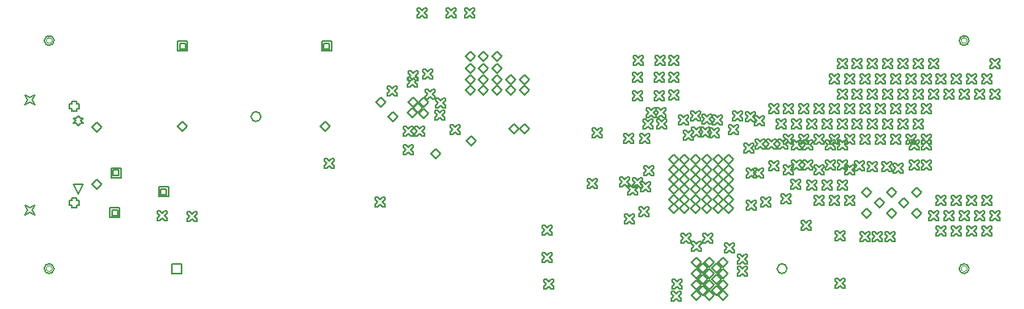
<source format=gbr>
%TF.GenerationSoftware,Altium Limited,Altium Designer,20.0.13 (296)*%
G04 Layer_Color=2752767*
%FSLAX45Y45*%
%MOMM*%
%TF.FileFunction,Drawing*%
%TF.Part,Single*%
G01*
G75*
%TA.AperFunction,NonConductor*%
%ADD109C,0.12700*%
%ADD205C,0.16933*%
%ADD206C,0.10160*%
D109*
X3286200Y4349200D02*
Y4450800D01*
X3387800D01*
Y4349200D01*
X3286200D01*
X2302500Y5189200D02*
X2251700Y5290800D01*
X2353300D01*
X2302500Y5189200D01*
Y5909200D02*
X2327900Y5934600D01*
X2353300D01*
X2327900Y5960000D01*
X2353300Y5985400D01*
X2327900D01*
X2302500Y6010800D01*
X2277100Y5985400D01*
X2251700D01*
X2277100Y5960000D01*
X2251700Y5934600D01*
X2277100D01*
X2302500Y5909200D01*
X1746700Y4969200D02*
X1772100Y5020000D01*
X1746700Y5070800D01*
X1797500Y5045400D01*
X1848300Y5070800D01*
X1822900Y5020000D01*
X1848300Y4969200D01*
X1797500Y4994600D01*
X1746700Y4969200D01*
Y6129200D02*
X1772100Y6180000D01*
X1746700Y6230800D01*
X1797500Y6205400D01*
X1848300Y6230800D01*
X1822900Y6180000D01*
X1848300Y6129200D01*
X1797500Y6154600D01*
X1746700Y6129200D01*
X2239100Y5064600D02*
Y5039200D01*
X2289900D01*
Y5064600D01*
X2315300D01*
Y5115400D01*
X2289900D01*
Y5140800D01*
X2239100D01*
Y5115400D01*
X2213700D01*
Y5064600D01*
X2239100D01*
Y6084600D02*
Y6059200D01*
X2289900D01*
Y6084600D01*
X2315300D01*
Y6135400D01*
X2289900D01*
Y6160800D01*
X2239100D01*
Y6135400D01*
X2213700D01*
Y6084600D01*
X2239100D01*
X11869195Y6509197D02*
X11894595D01*
X11919995Y6534597D01*
X11945395Y6509197D01*
X11970795D01*
Y6534597D01*
X11945395Y6559997D01*
X11970795Y6585397D01*
Y6610797D01*
X11945395D01*
X11919995Y6585397D01*
X11894595Y6610797D01*
X11869195D01*
Y6585397D01*
X11894595Y6559997D01*
X11869195Y6534597D01*
Y6509197D01*
X11789195Y6349197D02*
X11814595D01*
X11839995Y6374597D01*
X11865395Y6349197D01*
X11890795D01*
Y6374597D01*
X11865395Y6399997D01*
X11890795Y6425397D01*
Y6450797D01*
X11865395D01*
X11839995Y6425397D01*
X11814595Y6450797D01*
X11789195D01*
Y6425397D01*
X11814595Y6399997D01*
X11789195Y6374597D01*
Y6349197D01*
X11869195Y6189197D02*
X11894595D01*
X11919995Y6214597D01*
X11945395Y6189197D01*
X11970795D01*
Y6214597D01*
X11945395Y6239997D01*
X11970795Y6265397D01*
Y6290797D01*
X11945395D01*
X11919995Y6265397D01*
X11894595Y6290797D01*
X11869195D01*
Y6265397D01*
X11894595Y6239997D01*
X11869195Y6214597D01*
Y6189197D01*
X11789195Y5069198D02*
X11814595D01*
X11839995Y5094598D01*
X11865395Y5069198D01*
X11890795D01*
Y5094598D01*
X11865395Y5119998D01*
X11890795Y5145398D01*
Y5170798D01*
X11865395D01*
X11839995Y5145398D01*
X11814595Y5170798D01*
X11789195D01*
Y5145398D01*
X11814595Y5119998D01*
X11789195Y5094598D01*
Y5069198D01*
X11869195Y4909198D02*
X11894595D01*
X11919995Y4934598D01*
X11945395Y4909198D01*
X11970795D01*
Y4934598D01*
X11945395Y4959998D01*
X11970795Y4985398D01*
Y5010798D01*
X11945395D01*
X11919995Y4985398D01*
X11894595Y5010798D01*
X11869195D01*
Y4985398D01*
X11894595Y4959998D01*
X11869195Y4934598D01*
Y4909198D01*
X11789195Y4749198D02*
X11814595D01*
X11839995Y4774598D01*
X11865395Y4749198D01*
X11890795D01*
Y4774598D01*
X11865395Y4799998D01*
X11890795Y4825398D01*
Y4850798D01*
X11865395D01*
X11839995Y4825398D01*
X11814595Y4850798D01*
X11789195D01*
Y4825398D01*
X11814595Y4799998D01*
X11789195Y4774598D01*
Y4749198D01*
X11629195Y6349197D02*
X11654595D01*
X11679995Y6374597D01*
X11705395Y6349197D01*
X11730795D01*
Y6374597D01*
X11705395Y6399997D01*
X11730795Y6425397D01*
Y6450797D01*
X11705395D01*
X11679995Y6425397D01*
X11654595Y6450797D01*
X11629195D01*
Y6425397D01*
X11654595Y6399997D01*
X11629195Y6374597D01*
Y6349197D01*
X11709195Y6189197D02*
X11734595D01*
X11759995Y6214597D01*
X11785395Y6189197D01*
X11810795D01*
Y6214597D01*
X11785395Y6239997D01*
X11810795Y6265397D01*
Y6290797D01*
X11785395D01*
X11759995Y6265397D01*
X11734595Y6290797D01*
X11709195D01*
Y6265397D01*
X11734595Y6239997D01*
X11709195Y6214597D01*
Y6189197D01*
X11629195Y5069198D02*
X11654595D01*
X11679995Y5094598D01*
X11705395Y5069198D01*
X11730795D01*
Y5094598D01*
X11705395Y5119998D01*
X11730795Y5145398D01*
Y5170798D01*
X11705395D01*
X11679995Y5145398D01*
X11654595Y5170798D01*
X11629195D01*
Y5145398D01*
X11654595Y5119998D01*
X11629195Y5094598D01*
Y5069198D01*
X11709195Y4909198D02*
X11734595D01*
X11759995Y4934598D01*
X11785395Y4909198D01*
X11810795D01*
Y4934598D01*
X11785395Y4959998D01*
X11810795Y4985398D01*
Y5010798D01*
X11785395D01*
X11759995Y4985398D01*
X11734595Y5010798D01*
X11709195D01*
Y4985398D01*
X11734595Y4959998D01*
X11709195Y4934598D01*
Y4909198D01*
X11629195Y4749198D02*
X11654595D01*
X11679995Y4774598D01*
X11705395Y4749198D01*
X11730795D01*
Y4774598D01*
X11705395Y4799998D01*
X11730795Y4825398D01*
Y4850798D01*
X11705395D01*
X11679995Y4825398D01*
X11654595Y4850798D01*
X11629195D01*
Y4825398D01*
X11654595Y4799998D01*
X11629195Y4774598D01*
Y4749198D01*
X11469195Y6349197D02*
X11494595D01*
X11519995Y6374597D01*
X11545395Y6349197D01*
X11570795D01*
Y6374597D01*
X11545395Y6399997D01*
X11570795Y6425397D01*
Y6450797D01*
X11545395D01*
X11519995Y6425397D01*
X11494595Y6450797D01*
X11469195D01*
Y6425397D01*
X11494595Y6399997D01*
X11469195Y6374597D01*
Y6349197D01*
X11549195Y6189197D02*
X11574595D01*
X11599995Y6214597D01*
X11625395Y6189197D01*
X11650795D01*
Y6214597D01*
X11625395Y6239997D01*
X11650795Y6265397D01*
Y6290797D01*
X11625395D01*
X11599995Y6265397D01*
X11574595Y6290797D01*
X11549195D01*
Y6265397D01*
X11574595Y6239997D01*
X11549195Y6214597D01*
Y6189197D01*
X11469195Y5069198D02*
X11494595D01*
X11519995Y5094598D01*
X11545395Y5069198D01*
X11570795D01*
Y5094598D01*
X11545395Y5119998D01*
X11570795Y5145398D01*
Y5170798D01*
X11545395D01*
X11519995Y5145398D01*
X11494595Y5170798D01*
X11469195D01*
Y5145398D01*
X11494595Y5119998D01*
X11469195Y5094598D01*
Y5069198D01*
X11549195Y4909198D02*
X11574595D01*
X11599995Y4934598D01*
X11625395Y4909198D01*
X11650795D01*
Y4934598D01*
X11625395Y4959998D01*
X11650795Y4985398D01*
Y5010798D01*
X11625395D01*
X11599995Y4985398D01*
X11574595Y5010798D01*
X11549195D01*
Y4985398D01*
X11574595Y4959998D01*
X11549195Y4934598D01*
Y4909198D01*
X11469195Y4749198D02*
X11494595D01*
X11519995Y4774598D01*
X11545395Y4749198D01*
X11570795D01*
Y4774598D01*
X11545395Y4799998D01*
X11570795Y4825398D01*
Y4850798D01*
X11545395D01*
X11519995Y4825398D01*
X11494595Y4850798D01*
X11469195D01*
Y4825398D01*
X11494595Y4799998D01*
X11469195Y4774598D01*
Y4749198D01*
X11309195Y6349197D02*
X11334595D01*
X11359995Y6374597D01*
X11385395Y6349197D01*
X11410795D01*
Y6374597D01*
X11385395Y6399997D01*
X11410795Y6425397D01*
Y6450797D01*
X11385395D01*
X11359995Y6425397D01*
X11334595Y6450797D01*
X11309195D01*
Y6425397D01*
X11334595Y6399997D01*
X11309195Y6374597D01*
Y6349197D01*
X11389195Y6189197D02*
X11414595D01*
X11439995Y6214597D01*
X11465395Y6189197D01*
X11490795D01*
Y6214597D01*
X11465395Y6239997D01*
X11490795Y6265397D01*
Y6290797D01*
X11465395D01*
X11439995Y6265397D01*
X11414595Y6290797D01*
X11389195D01*
Y6265397D01*
X11414595Y6239997D01*
X11389195Y6214597D01*
Y6189197D01*
X11309195Y5069198D02*
X11334595D01*
X11359995Y5094598D01*
X11385395Y5069198D01*
X11410795D01*
Y5094598D01*
X11385395Y5119998D01*
X11410795Y5145398D01*
Y5170798D01*
X11385395D01*
X11359995Y5145398D01*
X11334595Y5170798D01*
X11309195D01*
Y5145398D01*
X11334595Y5119998D01*
X11309195Y5094598D01*
Y5069198D01*
X11389195Y4909198D02*
X11414595D01*
X11439995Y4934598D01*
X11465395Y4909198D01*
X11490795D01*
Y4934598D01*
X11465395Y4959998D01*
X11490795Y4985398D01*
Y5010798D01*
X11465395D01*
X11439995Y4985398D01*
X11414595Y5010798D01*
X11389195D01*
Y4985398D01*
X11414595Y4959998D01*
X11389195Y4934598D01*
Y4909198D01*
X11309195Y4749198D02*
X11334595D01*
X11359995Y4774598D01*
X11385395Y4749198D01*
X11410795D01*
Y4774598D01*
X11385395Y4799998D01*
X11410795Y4825398D01*
Y4850798D01*
X11385395D01*
X11359995Y4825398D01*
X11334595Y4850798D01*
X11309195D01*
Y4825398D01*
X11334595Y4799998D01*
X11309195Y4774598D01*
Y4749198D01*
X11229195Y6509197D02*
X11254595D01*
X11279995Y6534597D01*
X11305395Y6509197D01*
X11330795D01*
Y6534597D01*
X11305395Y6559997D01*
X11330795Y6585397D01*
Y6610797D01*
X11305395D01*
X11279995Y6585397D01*
X11254595Y6610797D01*
X11229195D01*
Y6585397D01*
X11254595Y6559997D01*
X11229195Y6534597D01*
Y6509197D01*
X11149195Y6349197D02*
X11174595D01*
X11199995Y6374597D01*
X11225395Y6349197D01*
X11250795D01*
Y6374597D01*
X11225395Y6399997D01*
X11250795Y6425397D01*
Y6450797D01*
X11225395D01*
X11199995Y6425397D01*
X11174595Y6450797D01*
X11149195D01*
Y6425397D01*
X11174595Y6399997D01*
X11149195Y6374597D01*
Y6349197D01*
X11229195Y6189197D02*
X11254595D01*
X11279995Y6214597D01*
X11305395Y6189197D01*
X11330795D01*
Y6214597D01*
X11305395Y6239997D01*
X11330795Y6265397D01*
Y6290797D01*
X11305395D01*
X11279995Y6265397D01*
X11254595Y6290797D01*
X11229195D01*
Y6265397D01*
X11254595Y6239997D01*
X11229195Y6214597D01*
Y6189197D01*
X11149195Y6029197D02*
X11174595D01*
X11199995Y6054597D01*
X11225395Y6029197D01*
X11250795D01*
Y6054597D01*
X11225395Y6079997D01*
X11250795Y6105397D01*
Y6130797D01*
X11225395D01*
X11199995Y6105397D01*
X11174595Y6130797D01*
X11149195D01*
Y6105397D01*
X11174595Y6079997D01*
X11149195Y6054597D01*
Y6029197D01*
Y5709198D02*
X11174595D01*
X11199995Y5734598D01*
X11225395Y5709198D01*
X11250795D01*
Y5734598D01*
X11225395Y5759998D01*
X11250795Y5785398D01*
Y5810798D01*
X11225395D01*
X11199995Y5785398D01*
X11174595Y5810798D01*
X11149195D01*
Y5785398D01*
X11174595Y5759998D01*
X11149195Y5734598D01*
Y5709198D01*
X11229195Y4909198D02*
X11254595D01*
X11279995Y4934598D01*
X11305395Y4909198D01*
X11330795D01*
Y4934598D01*
X11305395Y4959998D01*
X11330795Y4985398D01*
Y5010798D01*
X11305395D01*
X11279995Y4985398D01*
X11254595Y5010798D01*
X11229195D01*
Y4985398D01*
X11254595Y4959998D01*
X11229195Y4934598D01*
Y4909198D01*
X11069195Y6509197D02*
X11094595D01*
X11119995Y6534597D01*
X11145395Y6509197D01*
X11170795D01*
Y6534597D01*
X11145395Y6559997D01*
X11170795Y6585397D01*
Y6610797D01*
X11145395D01*
X11119995Y6585397D01*
X11094595Y6610797D01*
X11069195D01*
Y6585397D01*
X11094595Y6559997D01*
X11069195Y6534597D01*
Y6509197D01*
X10989195Y6349197D02*
X11014595D01*
X11039995Y6374597D01*
X11065395Y6349197D01*
X11090795D01*
Y6374597D01*
X11065395Y6399997D01*
X11090795Y6425397D01*
Y6450797D01*
X11065395D01*
X11039995Y6425397D01*
X11014595Y6450797D01*
X10989195D01*
Y6425397D01*
X11014595Y6399997D01*
X10989195Y6374597D01*
Y6349197D01*
X11069195Y6189197D02*
X11094595D01*
X11119995Y6214597D01*
X11145395Y6189197D01*
X11170795D01*
Y6214597D01*
X11145395Y6239997D01*
X11170795Y6265397D01*
Y6290797D01*
X11145395D01*
X11119995Y6265397D01*
X11094595Y6290797D01*
X11069195D01*
Y6265397D01*
X11094595Y6239997D01*
X11069195Y6214597D01*
Y6189197D01*
X10989195Y6029197D02*
X11014595D01*
X11039995Y6054597D01*
X11065395Y6029197D01*
X11090795D01*
Y6054597D01*
X11065395Y6079997D01*
X11090795Y6105397D01*
Y6130797D01*
X11065395D01*
X11039995Y6105397D01*
X11014595Y6130797D01*
X10989195D01*
Y6105397D01*
X11014595Y6079997D01*
X10989195Y6054597D01*
Y6029197D01*
X11069195Y5869198D02*
X11094595D01*
X11119995Y5894598D01*
X11145395Y5869198D01*
X11170795D01*
Y5894598D01*
X11145395Y5919998D01*
X11170795Y5945398D01*
Y5970798D01*
X11145395D01*
X11119995Y5945398D01*
X11094595Y5970798D01*
X11069195D01*
Y5945398D01*
X11094595Y5919998D01*
X11069195Y5894598D01*
Y5869198D01*
X10989195Y5709198D02*
X11014595D01*
X11039995Y5734598D01*
X11065395Y5709198D01*
X11090795D01*
Y5734598D01*
X11065395Y5759998D01*
X11090795Y5785398D01*
Y5810798D01*
X11065395D01*
X11039995Y5785398D01*
X11014595Y5810798D01*
X10989195D01*
Y5785398D01*
X11014595Y5759998D01*
X10989195Y5734598D01*
Y5709198D01*
X10909195Y6509197D02*
X10934595D01*
X10959995Y6534597D01*
X10985395Y6509197D01*
X11010795D01*
Y6534597D01*
X10985395Y6559997D01*
X11010795Y6585397D01*
Y6610797D01*
X10985395D01*
X10959995Y6585397D01*
X10934595Y6610797D01*
X10909195D01*
Y6585397D01*
X10934595Y6559997D01*
X10909195Y6534597D01*
Y6509197D01*
X10829196Y6349197D02*
X10854596D01*
X10879996Y6374597D01*
X10905396Y6349197D01*
X10930796D01*
Y6374597D01*
X10905396Y6399997D01*
X10930796Y6425397D01*
Y6450797D01*
X10905396D01*
X10879996Y6425397D01*
X10854596Y6450797D01*
X10829196D01*
Y6425397D01*
X10854596Y6399997D01*
X10829196Y6374597D01*
Y6349197D01*
X10909195Y6189197D02*
X10934595D01*
X10959995Y6214597D01*
X10985395Y6189197D01*
X11010795D01*
Y6214597D01*
X10985395Y6239997D01*
X11010795Y6265397D01*
Y6290797D01*
X10985395D01*
X10959995Y6265397D01*
X10934595Y6290797D01*
X10909195D01*
Y6265397D01*
X10934595Y6239997D01*
X10909195Y6214597D01*
Y6189197D01*
X10829196Y6029197D02*
X10854596D01*
X10879996Y6054597D01*
X10905396Y6029197D01*
X10930796D01*
Y6054597D01*
X10905396Y6079997D01*
X10930796Y6105397D01*
Y6130797D01*
X10905396D01*
X10879996Y6105397D01*
X10854596Y6130797D01*
X10829196D01*
Y6105397D01*
X10854596Y6079997D01*
X10829196Y6054597D01*
Y6029197D01*
X10909195Y5869198D02*
X10934595D01*
X10959995Y5894598D01*
X10985395Y5869198D01*
X11010795D01*
Y5894598D01*
X10985395Y5919998D01*
X11010795Y5945398D01*
Y5970798D01*
X10985395D01*
X10959995Y5945398D01*
X10934595Y5970798D01*
X10909195D01*
Y5945398D01*
X10934595Y5919998D01*
X10909195Y5894598D01*
Y5869198D01*
X10829196Y5709198D02*
X10854596D01*
X10879996Y5734598D01*
X10905396Y5709198D01*
X10930796D01*
Y5734598D01*
X10905396Y5759998D01*
X10930796Y5785398D01*
Y5810798D01*
X10905396D01*
X10879996Y5785398D01*
X10854596Y5810798D01*
X10829196D01*
Y5785398D01*
X10854596Y5759998D01*
X10829196Y5734598D01*
Y5709198D01*
X10749195Y6509197D02*
X10774595D01*
X10799995Y6534597D01*
X10825395Y6509197D01*
X10850795D01*
Y6534597D01*
X10825395Y6559997D01*
X10850795Y6585397D01*
Y6610797D01*
X10825395D01*
X10799995Y6585397D01*
X10774595Y6610797D01*
X10749195D01*
Y6585397D01*
X10774595Y6559997D01*
X10749195Y6534597D01*
Y6509197D01*
X10669196Y6349197D02*
X10694596D01*
X10719996Y6374597D01*
X10745396Y6349197D01*
X10770796D01*
Y6374597D01*
X10745396Y6399997D01*
X10770796Y6425397D01*
Y6450797D01*
X10745396D01*
X10719996Y6425397D01*
X10694596Y6450797D01*
X10669196D01*
Y6425397D01*
X10694596Y6399997D01*
X10669196Y6374597D01*
Y6349197D01*
X10749195Y6189197D02*
X10774595D01*
X10799995Y6214597D01*
X10825395Y6189197D01*
X10850795D01*
Y6214597D01*
X10825395Y6239997D01*
X10850795Y6265397D01*
Y6290797D01*
X10825395D01*
X10799995Y6265397D01*
X10774595Y6290797D01*
X10749195D01*
Y6265397D01*
X10774595Y6239997D01*
X10749195Y6214597D01*
Y6189197D01*
X10669196Y6029197D02*
X10694596D01*
X10719996Y6054597D01*
X10745396Y6029197D01*
X10770796D01*
Y6054597D01*
X10745396Y6079997D01*
X10770796Y6105397D01*
Y6130797D01*
X10745396D01*
X10719996Y6105397D01*
X10694596Y6130797D01*
X10669196D01*
Y6105397D01*
X10694596Y6079997D01*
X10669196Y6054597D01*
Y6029197D01*
X10749195Y5869198D02*
X10774595D01*
X10799995Y5894598D01*
X10825395Y5869198D01*
X10850795D01*
Y5894598D01*
X10825395Y5919998D01*
X10850795Y5945398D01*
Y5970798D01*
X10825395D01*
X10799995Y5945398D01*
X10774595Y5970798D01*
X10749195D01*
Y5945398D01*
X10774595Y5919998D01*
X10749195Y5894598D01*
Y5869198D01*
X10669196Y5709198D02*
X10694596D01*
X10719996Y5734598D01*
X10745396Y5709198D01*
X10770796D01*
Y5734598D01*
X10745396Y5759998D01*
X10770796Y5785398D01*
Y5810798D01*
X10745396D01*
X10719996Y5785398D01*
X10694596Y5810798D01*
X10669196D01*
Y5785398D01*
X10694596Y5759998D01*
X10669196Y5734598D01*
Y5709198D01*
X10589195Y6509197D02*
X10614595D01*
X10639995Y6534597D01*
X10665395Y6509197D01*
X10690795D01*
Y6534597D01*
X10665395Y6559997D01*
X10690795Y6585397D01*
Y6610797D01*
X10665395D01*
X10639995Y6585397D01*
X10614595Y6610797D01*
X10589195D01*
Y6585397D01*
X10614595Y6559997D01*
X10589195Y6534597D01*
Y6509197D01*
X10509196Y6349197D02*
X10534596D01*
X10559996Y6374597D01*
X10585396Y6349197D01*
X10610796D01*
Y6374597D01*
X10585396Y6399997D01*
X10610796Y6425397D01*
Y6450797D01*
X10585396D01*
X10559996Y6425397D01*
X10534596Y6450797D01*
X10509196D01*
Y6425397D01*
X10534596Y6399997D01*
X10509196Y6374597D01*
Y6349197D01*
X10589195Y6189197D02*
X10614595D01*
X10639995Y6214597D01*
X10665395Y6189197D01*
X10690795D01*
Y6214597D01*
X10665395Y6239997D01*
X10690795Y6265397D01*
Y6290797D01*
X10665395D01*
X10639995Y6265397D01*
X10614595Y6290797D01*
X10589195D01*
Y6265397D01*
X10614595Y6239997D01*
X10589195Y6214597D01*
Y6189197D01*
X10509196Y6029197D02*
X10534596D01*
X10559996Y6054597D01*
X10585396Y6029197D01*
X10610796D01*
Y6054597D01*
X10585396Y6079997D01*
X10610796Y6105397D01*
Y6130797D01*
X10585396D01*
X10559996Y6105397D01*
X10534596Y6130797D01*
X10509196D01*
Y6105397D01*
X10534596Y6079997D01*
X10509196Y6054597D01*
Y6029197D01*
X10589195Y5869198D02*
X10614595D01*
X10639995Y5894598D01*
X10665395Y5869198D01*
X10690795D01*
Y5894598D01*
X10665395Y5919998D01*
X10690795Y5945398D01*
Y5970798D01*
X10665395D01*
X10639995Y5945398D01*
X10614595Y5970798D01*
X10589195D01*
Y5945398D01*
X10614595Y5919998D01*
X10589195Y5894598D01*
Y5869198D01*
X10509196Y5709198D02*
X10534596D01*
X10559996Y5734598D01*
X10585396Y5709198D01*
X10610796D01*
Y5734598D01*
X10585396Y5759998D01*
X10610796Y5785398D01*
Y5810798D01*
X10585396D01*
X10559996Y5785398D01*
X10534596Y5810798D01*
X10509196D01*
Y5785398D01*
X10534596Y5759998D01*
X10509196Y5734598D01*
Y5709198D01*
X10429196Y6509197D02*
X10454596D01*
X10479996Y6534597D01*
X10505396Y6509197D01*
X10530796D01*
Y6534597D01*
X10505396Y6559997D01*
X10530796Y6585397D01*
Y6610797D01*
X10505396D01*
X10479996Y6585397D01*
X10454596Y6610797D01*
X10429196D01*
Y6585397D01*
X10454596Y6559997D01*
X10429196Y6534597D01*
Y6509197D01*
X10349196Y6349197D02*
X10374596D01*
X10399996Y6374597D01*
X10425396Y6349197D01*
X10450796D01*
Y6374597D01*
X10425396Y6399997D01*
X10450796Y6425397D01*
Y6450797D01*
X10425396D01*
X10399996Y6425397D01*
X10374596Y6450797D01*
X10349196D01*
Y6425397D01*
X10374596Y6399997D01*
X10349196Y6374597D01*
Y6349197D01*
X10429196Y6189197D02*
X10454596D01*
X10479996Y6214597D01*
X10505396Y6189197D01*
X10530796D01*
Y6214597D01*
X10505396Y6239997D01*
X10530796Y6265397D01*
Y6290797D01*
X10505396D01*
X10479996Y6265397D01*
X10454596Y6290797D01*
X10429196D01*
Y6265397D01*
X10454596Y6239997D01*
X10429196Y6214597D01*
Y6189197D01*
X10349196Y6029197D02*
X10374596D01*
X10399996Y6054597D01*
X10425396Y6029197D01*
X10450796D01*
Y6054597D01*
X10425396Y6079997D01*
X10450796Y6105397D01*
Y6130797D01*
X10425396D01*
X10399996Y6105397D01*
X10374596Y6130797D01*
X10349196D01*
Y6105397D01*
X10374596Y6079997D01*
X10349196Y6054597D01*
Y6029197D01*
X10429196Y5869198D02*
X10454596D01*
X10479996Y5894598D01*
X10505396Y5869198D01*
X10530796D01*
Y5894598D01*
X10505396Y5919998D01*
X10530796Y5945398D01*
Y5970798D01*
X10505396D01*
X10479996Y5945398D01*
X10454596Y5970798D01*
X10429196D01*
Y5945398D01*
X10454596Y5919998D01*
X10429196Y5894598D01*
Y5869198D01*
X10349196Y5709198D02*
X10374596D01*
X10399996Y5734598D01*
X10425396Y5709198D01*
X10450796D01*
Y5734598D01*
X10425396Y5759998D01*
X10450796Y5785398D01*
Y5810798D01*
X10425396D01*
X10399996Y5785398D01*
X10374596Y5810798D01*
X10349196D01*
Y5785398D01*
X10374596Y5759998D01*
X10349196Y5734598D01*
Y5709198D01*
Y5389198D02*
X10374596D01*
X10399996Y5414598D01*
X10425396Y5389198D01*
X10450796D01*
Y5414598D01*
X10425396Y5439998D01*
X10450796Y5465398D01*
Y5490798D01*
X10425396D01*
X10399996Y5465398D01*
X10374596Y5490798D01*
X10349196D01*
Y5465398D01*
X10374596Y5439998D01*
X10349196Y5414598D01*
Y5389198D01*
Y5069198D02*
X10374596D01*
X10399996Y5094598D01*
X10425396Y5069198D01*
X10450796D01*
Y5094598D01*
X10425396Y5119998D01*
X10450796Y5145398D01*
Y5170798D01*
X10425396D01*
X10399996Y5145398D01*
X10374596Y5170798D01*
X10349196D01*
Y5145398D01*
X10374596Y5119998D01*
X10349196Y5094598D01*
Y5069198D01*
X10269196Y6509197D02*
X10294596D01*
X10319996Y6534597D01*
X10345396Y6509197D01*
X10370796D01*
Y6534597D01*
X10345396Y6559997D01*
X10370796Y6585397D01*
Y6610797D01*
X10345396D01*
X10319996Y6585397D01*
X10294596Y6610797D01*
X10269196D01*
Y6585397D01*
X10294596Y6559997D01*
X10269196Y6534597D01*
Y6509197D01*
X10189196Y6349197D02*
X10214596D01*
X10239996Y6374597D01*
X10265396Y6349197D01*
X10290796D01*
Y6374597D01*
X10265396Y6399997D01*
X10290796Y6425397D01*
Y6450797D01*
X10265396D01*
X10239996Y6425397D01*
X10214596Y6450797D01*
X10189196D01*
Y6425397D01*
X10214596Y6399997D01*
X10189196Y6374597D01*
Y6349197D01*
X10269196Y6189197D02*
X10294596D01*
X10319996Y6214597D01*
X10345396Y6189197D01*
X10370796D01*
Y6214597D01*
X10345396Y6239997D01*
X10370796Y6265397D01*
Y6290797D01*
X10345396D01*
X10319996Y6265397D01*
X10294596Y6290797D01*
X10269196D01*
Y6265397D01*
X10294596Y6239997D01*
X10269196Y6214597D01*
Y6189197D01*
X10189196Y6029197D02*
X10214596D01*
X10239996Y6054597D01*
X10265396Y6029197D01*
X10290796D01*
Y6054597D01*
X10265396Y6079997D01*
X10290796Y6105397D01*
Y6130797D01*
X10265396D01*
X10239996Y6105397D01*
X10214596Y6130797D01*
X10189196D01*
Y6105397D01*
X10214596Y6079997D01*
X10189196Y6054597D01*
Y6029197D01*
X10269196Y5869198D02*
X10294596D01*
X10319996Y5894598D01*
X10345396Y5869198D01*
X10370796D01*
Y5894598D01*
X10345396Y5919998D01*
X10370796Y5945398D01*
Y5970798D01*
X10345396D01*
X10319996Y5945398D01*
X10294596Y5970798D01*
X10269196D01*
Y5945398D01*
X10294596Y5919998D01*
X10269196Y5894598D01*
Y5869198D01*
X10189196Y5709198D02*
X10214596D01*
X10239996Y5734598D01*
X10265396Y5709198D01*
X10290796D01*
Y5734598D01*
X10265396Y5759998D01*
X10290796Y5785398D01*
Y5810798D01*
X10265396D01*
X10239996Y5785398D01*
X10214596Y5810798D01*
X10189196D01*
Y5785398D01*
X10214596Y5759998D01*
X10189196Y5734598D01*
Y5709198D01*
X10269196Y5229198D02*
X10294596D01*
X10319996Y5254598D01*
X10345396Y5229198D01*
X10370796D01*
Y5254598D01*
X10345396Y5279998D01*
X10370796Y5305398D01*
Y5330798D01*
X10345396D01*
X10319996Y5305398D01*
X10294596Y5330798D01*
X10269196D01*
Y5305398D01*
X10294596Y5279998D01*
X10269196Y5254598D01*
Y5229198D01*
X10189196Y5069198D02*
X10214596D01*
X10239996Y5094598D01*
X10265396Y5069198D01*
X10290796D01*
Y5094598D01*
X10265396Y5119998D01*
X10290796Y5145398D01*
Y5170798D01*
X10265396D01*
X10239996Y5145398D01*
X10214596Y5170798D01*
X10189196D01*
Y5145398D01*
X10214596Y5119998D01*
X10189196Y5094598D01*
Y5069198D01*
X10029196Y6029197D02*
X10054596D01*
X10079996Y6054597D01*
X10105396Y6029197D01*
X10130796D01*
Y6054597D01*
X10105396Y6079997D01*
X10130796Y6105397D01*
Y6130797D01*
X10105396D01*
X10079996Y6105397D01*
X10054596Y6130797D01*
X10029196D01*
Y6105397D01*
X10054596Y6079997D01*
X10029196Y6054597D01*
Y6029197D01*
X10109196Y5869198D02*
X10134596D01*
X10159996Y5894598D01*
X10185396Y5869198D01*
X10210796D01*
Y5894598D01*
X10185396Y5919998D01*
X10210796Y5945398D01*
Y5970798D01*
X10185396D01*
X10159996Y5945398D01*
X10134596Y5970798D01*
X10109196D01*
Y5945398D01*
X10134596Y5919998D01*
X10109196Y5894598D01*
Y5869198D01*
X10029196Y5709198D02*
X10054596D01*
X10079996Y5734598D01*
X10105396Y5709198D01*
X10130796D01*
Y5734598D01*
X10105396Y5759998D01*
X10130796Y5785398D01*
Y5810798D01*
X10105396D01*
X10079996Y5785398D01*
X10054596Y5810798D01*
X10029196D01*
Y5785398D01*
X10054596Y5759998D01*
X10029196Y5734598D01*
Y5709198D01*
Y5389198D02*
X10054596D01*
X10079996Y5414598D01*
X10105396Y5389198D01*
X10130796D01*
Y5414598D01*
X10105396Y5439998D01*
X10130796Y5465398D01*
Y5490798D01*
X10105396D01*
X10079996Y5465398D01*
X10054596Y5490798D01*
X10029196D01*
Y5465398D01*
X10054596Y5439998D01*
X10029196Y5414598D01*
Y5389198D01*
X10109196Y5229198D02*
X10134596D01*
X10159996Y5254598D01*
X10185396Y5229198D01*
X10210796D01*
Y5254598D01*
X10185396Y5279998D01*
X10210796Y5305398D01*
Y5330798D01*
X10185396D01*
X10159996Y5305398D01*
X10134596Y5330798D01*
X10109196D01*
Y5305398D01*
X10134596Y5279998D01*
X10109196Y5254598D01*
Y5229198D01*
X10029196Y5069198D02*
X10054596D01*
X10079996Y5094598D01*
X10105396Y5069198D01*
X10130796D01*
Y5094598D01*
X10105396Y5119998D01*
X10130796Y5145398D01*
Y5170798D01*
X10105396D01*
X10079996Y5145398D01*
X10054596Y5170798D01*
X10029196D01*
Y5145398D01*
X10054596Y5119998D01*
X10029196Y5094598D01*
Y5069198D01*
X9869196Y6029197D02*
X9894596D01*
X9919996Y6054597D01*
X9945396Y6029197D01*
X9970796D01*
Y6054597D01*
X9945396Y6079997D01*
X9970796Y6105397D01*
Y6130797D01*
X9945396D01*
X9919996Y6105397D01*
X9894596Y6130797D01*
X9869196D01*
Y6105397D01*
X9894596Y6079997D01*
X9869196Y6054597D01*
Y6029197D01*
X9949196Y5869198D02*
X9974596D01*
X9999996Y5894598D01*
X10025396Y5869198D01*
X10050796D01*
Y5894598D01*
X10025396Y5919998D01*
X10050796Y5945398D01*
Y5970798D01*
X10025396D01*
X9999996Y5945398D01*
X9974596Y5970798D01*
X9949196D01*
Y5945398D01*
X9974596Y5919998D01*
X9949196Y5894598D01*
Y5869198D01*
X9869196Y5709198D02*
X9894596D01*
X9919996Y5734598D01*
X9945396Y5709198D01*
X9970796D01*
Y5734598D01*
X9945396Y5759998D01*
X9970796Y5785398D01*
Y5810798D01*
X9945396D01*
X9919996Y5785398D01*
X9894596Y5810798D01*
X9869196D01*
Y5785398D01*
X9894596Y5759998D01*
X9869196Y5734598D01*
Y5709198D01*
X9949196Y5229198D02*
X9974596D01*
X9999996Y5254598D01*
X10025396Y5229198D01*
X10050796D01*
Y5254598D01*
X10025396Y5279998D01*
X10050796Y5305398D01*
Y5330798D01*
X10025396D01*
X9999996Y5305398D01*
X9974596Y5330798D01*
X9949196D01*
Y5305398D01*
X9974596Y5279998D01*
X9949196Y5254598D01*
Y5229198D01*
X9709196Y6029197D02*
X9734596D01*
X9759996Y6054597D01*
X9785396Y6029197D01*
X9810796D01*
Y6054597D01*
X9785396Y6079997D01*
X9810796Y6105397D01*
Y6130797D01*
X9785396D01*
X9759996Y6105397D01*
X9734596Y6130797D01*
X9709196D01*
Y6105397D01*
X9734596Y6079997D01*
X9709196Y6054597D01*
Y6029197D01*
X9789196Y5869198D02*
X9814596D01*
X9839996Y5894598D01*
X9865396Y5869198D01*
X9890796D01*
Y5894598D01*
X9865396Y5919998D01*
X9890796Y5945398D01*
Y5970798D01*
X9865396D01*
X9839996Y5945398D01*
X9814596Y5970798D01*
X9789196D01*
Y5945398D01*
X9814596Y5919998D01*
X9789196Y5894598D01*
Y5869198D01*
X9709196Y5709198D02*
X9734596D01*
X9759996Y5734598D01*
X9785396Y5709198D01*
X9810796D01*
Y5734598D01*
X9785396Y5759998D01*
X9810796Y5785398D01*
Y5810798D01*
X9785396D01*
X9759996Y5785398D01*
X9734596Y5810798D01*
X9709196D01*
Y5785398D01*
X9734596Y5759998D01*
X9709196Y5734598D01*
Y5709198D01*
Y5389198D02*
X9734596D01*
X9759996Y5414598D01*
X9785396Y5389198D01*
X9810796D01*
Y5414598D01*
X9785396Y5439998D01*
X9810796Y5465398D01*
Y5490798D01*
X9785396D01*
X9759996Y5465398D01*
X9734596Y5490798D01*
X9709196D01*
Y5465398D01*
X9734596Y5439998D01*
X9709196Y5414598D01*
Y5389198D01*
X9549196Y6029197D02*
X9574596D01*
X9599996Y6054597D01*
X9625396Y6029197D01*
X9650796D01*
Y6054597D01*
X9625396Y6079997D01*
X9650796Y6105397D01*
Y6130797D01*
X9625396D01*
X9599996Y6105397D01*
X9574596Y6130797D01*
X9549196D01*
Y6105397D01*
X9574596Y6079997D01*
X9549196Y6054597D01*
Y6029197D01*
X9629196Y5869198D02*
X9654596D01*
X9679996Y5894598D01*
X9705396Y5869198D01*
X9730796D01*
Y5894598D01*
X9705396Y5919998D01*
X9730796Y5945398D01*
Y5970798D01*
X9705396D01*
X9679996Y5945398D01*
X9654596Y5970798D01*
X9629196D01*
Y5945398D01*
X9654596Y5919998D01*
X9629196Y5894598D01*
Y5869198D01*
X10919200Y5090000D02*
X10970000Y5140800D01*
X11020800Y5090000D01*
X10970000Y5039200D01*
X10919200Y5090000D01*
X10659200D02*
X10710000Y5140800D01*
X10760800Y5090000D01*
X10710000Y5039200D01*
X10659200Y5090000D01*
X11049200Y5200000D02*
X11100000Y5250800D01*
X11150800Y5200000D01*
X11100000Y5149200D01*
X11049200Y5200000D01*
X10529200D02*
X10580000Y5250800D01*
X10630800Y5200000D01*
X10580000Y5149200D01*
X10529200Y5200000D01*
X10785200D02*
X10836000Y5250800D01*
X10886800Y5200000D01*
X10836000Y5149200D01*
X10785200Y5200000D01*
X10789200Y4980000D02*
X10840000Y5030800D01*
X10890800Y4980000D01*
X10840000Y4929200D01*
X10789200Y4980000D01*
X11049200D02*
X11100000Y5030800D01*
X11150800Y4980000D01*
X11100000Y4929200D01*
X11049200Y4980000D01*
X10529200D02*
X10580000Y5030800D01*
X10630800Y4980000D01*
X10580000Y4929200D01*
X10529200Y4980000D01*
X6359200Y7039200D02*
X6384600D01*
X6410000Y7064600D01*
X6435400Y7039200D01*
X6460800D01*
Y7064600D01*
X6435400Y7090000D01*
X6460800Y7115400D01*
Y7140800D01*
X6435400D01*
X6410000Y7115400D01*
X6384600Y7140800D01*
X6359200D01*
Y7115400D01*
X6384600Y7090000D01*
X6359200Y7064600D01*
Y7039200D01*
X5859200D02*
X5884600D01*
X5910000Y7064600D01*
X5935400Y7039200D01*
X5960800D01*
Y7064600D01*
X5935400Y7090000D01*
X5960800Y7115400D01*
Y7140800D01*
X5935400D01*
X5910000Y7115400D01*
X5884600Y7140800D01*
X5859200D01*
Y7115400D01*
X5884600Y7090000D01*
X5859200Y7064600D01*
Y7039200D01*
X6169200D02*
X6194600D01*
X6220000Y7064600D01*
X6245400Y7039200D01*
X6270800D01*
Y7064600D01*
X6245400Y7090000D01*
X6270800Y7115400D01*
Y7140800D01*
X6245400D01*
X6220000Y7115400D01*
X6194600Y7140800D01*
X6169200D01*
Y7115400D01*
X6194600Y7090000D01*
X6169200Y7064600D01*
Y7039200D01*
X3449200Y4899200D02*
X3474600D01*
X3500000Y4924600D01*
X3525400Y4899200D01*
X3550800D01*
Y4924600D01*
X3525400Y4950000D01*
X3550800Y4975400D01*
Y5000800D01*
X3525400D01*
X3500000Y4975400D01*
X3474600Y5000800D01*
X3449200D01*
Y4975400D01*
X3474600Y4950000D01*
X3449200Y4924600D01*
Y4899200D01*
X3139200Y4909200D02*
X3164600D01*
X3190000Y4934600D01*
X3215400Y4909200D01*
X3240800D01*
Y4934600D01*
X3215400Y4960000D01*
X3240800Y4985400D01*
Y5010800D01*
X3215400D01*
X3190000Y4985400D01*
X3164600Y5010800D01*
X3139200D01*
Y4985400D01*
X3164600Y4960000D01*
X3139200Y4934600D01*
Y4909200D01*
X10589200Y5419200D02*
X10614600D01*
X10640000Y5444600D01*
X10665400Y5419200D01*
X10690800D01*
Y5444600D01*
X10665400Y5470000D01*
X10690800Y5495400D01*
Y5520800D01*
X10665400D01*
X10640000Y5495400D01*
X10614600Y5520800D01*
X10589200D01*
Y5495400D01*
X10614600Y5470000D01*
X10589200Y5444600D01*
Y5419200D01*
X9649200Y5659200D02*
X9674600D01*
X9700000Y5684600D01*
X9725400Y5659200D01*
X9750800D01*
Y5684600D01*
X9725400Y5710000D01*
X9750800Y5735400D01*
Y5760800D01*
X9725400D01*
X9700000Y5735400D01*
X9674600Y5760800D01*
X9649200D01*
Y5735400D01*
X9674600Y5710000D01*
X9649200Y5684600D01*
Y5659200D01*
X9549200Y5429200D02*
X9574600D01*
X9600000Y5454600D01*
X9625400Y5429200D01*
X9650800D01*
Y5454600D01*
X9625400Y5480000D01*
X9650800Y5505400D01*
Y5530800D01*
X9625400D01*
X9600000Y5505400D01*
X9574600Y5530800D01*
X9549200D01*
Y5505400D01*
X9574600Y5480000D01*
X9549200Y5454600D01*
Y5429200D01*
X9529200Y5659200D02*
X9554600D01*
X9580000Y5684600D01*
X9605400Y5659200D01*
X9630800D01*
Y5684600D01*
X9605400Y5710000D01*
X9630800Y5735400D01*
Y5760800D01*
X9605400D01*
X9580000Y5735400D01*
X9554600Y5760800D01*
X9529200D01*
Y5735400D01*
X9554600Y5710000D01*
X9529200Y5684600D01*
Y5659200D01*
X9409200D02*
X9434600D01*
X9460000Y5684600D01*
X9485400Y5659200D01*
X9510800D01*
Y5684600D01*
X9485400Y5710000D01*
X9510800Y5735400D01*
Y5760800D01*
X9485400D01*
X9460000Y5735400D01*
X9434600Y5760800D01*
X9409200D01*
Y5735400D01*
X9434600Y5710000D01*
X9409200Y5684600D01*
Y5659200D01*
X10859200Y5409200D02*
X10884600D01*
X10910000Y5434600D01*
X10935400Y5409200D01*
X10960800D01*
Y5434600D01*
X10935400Y5460000D01*
X10960800Y5485400D01*
Y5510800D01*
X10935400D01*
X10910000Y5485400D01*
X10884600Y5510800D01*
X10859200D01*
Y5485400D01*
X10884600Y5460000D01*
X10859200Y5434600D01*
Y5409200D01*
X10739200Y5419200D02*
X10764600D01*
X10790000Y5444600D01*
X10815400Y5419200D01*
X10840800D01*
Y5444600D01*
X10815400Y5470000D01*
X10840800Y5495400D01*
Y5520800D01*
X10815400D01*
X10790000Y5495400D01*
X10764600Y5520800D01*
X10739200D01*
Y5495400D01*
X10764600Y5470000D01*
X10739200Y5444600D01*
Y5419200D01*
X10449200Y5429200D02*
X10474600D01*
X10500000Y5454600D01*
X10525400Y5429200D01*
X10550800D01*
Y5454600D01*
X10525400Y5480000D01*
X10550800Y5505400D01*
Y5530800D01*
X10525400D01*
X10500000Y5505400D01*
X10474600Y5530800D01*
X10449200D01*
Y5505400D01*
X10474600Y5480000D01*
X10449200Y5454600D01*
Y5429200D01*
X11029200Y5439200D02*
X11054600D01*
X11080000Y5464600D01*
X11105400Y5439200D01*
X11130800D01*
Y5464600D01*
X11105400Y5490000D01*
X11130800Y5515400D01*
Y5540800D01*
X11105400D01*
X11080000Y5515400D01*
X11054600Y5540800D01*
X11029200D01*
Y5515400D01*
X11054600Y5490000D01*
X11029200Y5464600D01*
Y5439200D01*
X11149200D02*
X11174600D01*
X11200000Y5464600D01*
X11225400Y5439200D01*
X11250800D01*
Y5464600D01*
X11225400Y5490000D01*
X11250800Y5515400D01*
Y5540800D01*
X11225400D01*
X11200000Y5515400D01*
X11174600Y5540800D01*
X11149200D01*
Y5515400D01*
X11174600Y5490000D01*
X11149200Y5464600D01*
Y5439200D01*
Y5649200D02*
X11174600D01*
X11200000Y5674600D01*
X11225400Y5649200D01*
X11250800D01*
Y5674600D01*
X11225400Y5700000D01*
X11250800Y5725400D01*
Y5750800D01*
X11225400D01*
X11200000Y5725400D01*
X11174600Y5750800D01*
X11149200D01*
Y5725400D01*
X11174600Y5700000D01*
X11149200Y5674600D01*
Y5649200D01*
X11029200D02*
X11054600D01*
X11080000Y5674600D01*
X11105400Y5649200D01*
X11130800D01*
Y5674600D01*
X11105400Y5700000D01*
X11130800Y5725400D01*
Y5750800D01*
X11105400D01*
X11080000Y5725400D01*
X11054600Y5750800D01*
X11029200D01*
Y5725400D01*
X11054600Y5700000D01*
X11029200Y5674600D01*
Y5649200D01*
X10149200Y5439200D02*
X10174600D01*
X10200000Y5464600D01*
X10225400Y5439200D01*
X10250800D01*
Y5464600D01*
X10225400Y5490000D01*
X10250800Y5515400D01*
Y5540800D01*
X10225400D01*
X10200000Y5515400D01*
X10174600Y5540800D01*
X10149200D01*
Y5515400D01*
X10174600Y5490000D01*
X10149200Y5464600D01*
Y5439200D01*
X10269200D02*
X10294600D01*
X10320000Y5464600D01*
X10345400Y5439200D01*
X10370800D01*
Y5464600D01*
X10345400Y5490000D01*
X10370800Y5515400D01*
Y5540800D01*
X10345400D01*
X10320000Y5515400D01*
X10294600Y5540800D01*
X10269200D01*
Y5515400D01*
X10294600Y5490000D01*
X10269200Y5464600D01*
Y5439200D01*
Y5649200D02*
X10294600D01*
X10320000Y5674600D01*
X10345400Y5649200D01*
X10370800D01*
Y5674600D01*
X10345400Y5700000D01*
X10370800Y5725400D01*
Y5750800D01*
X10345400D01*
X10320000Y5725400D01*
X10294600Y5750800D01*
X10269200D01*
Y5725400D01*
X10294600Y5700000D01*
X10269200Y5674600D01*
Y5649200D01*
X10149200D02*
X10174600D01*
X10200000Y5674600D01*
X10225400Y5649200D01*
X10250800D01*
Y5674600D01*
X10225400Y5700000D01*
X10250800Y5725400D01*
Y5750800D01*
X10225400D01*
X10200000Y5725400D01*
X10174600Y5750800D01*
X10149200D01*
Y5725400D01*
X10174600Y5700000D01*
X10149200Y5674600D01*
Y5649200D01*
X9789200D02*
X9814600D01*
X9840000Y5674600D01*
X9865400Y5649200D01*
X9890800D01*
Y5674600D01*
X9865400Y5700000D01*
X9890800Y5725400D01*
Y5750800D01*
X9865400D01*
X9840000Y5725400D01*
X9814600Y5750800D01*
X9789200D01*
Y5725400D01*
X9814600Y5700000D01*
X9789200Y5674600D01*
Y5649200D01*
X9909200D02*
X9934600D01*
X9960000Y5674600D01*
X9985400Y5649200D01*
X10010800D01*
Y5674600D01*
X9985400Y5700000D01*
X10010800Y5725400D01*
Y5750800D01*
X9985400D01*
X9960000Y5725400D01*
X9934600Y5750800D01*
X9909200D01*
Y5725400D01*
X9934600Y5700000D01*
X9909200Y5674600D01*
Y5649200D01*
Y5439200D02*
X9934600D01*
X9960000Y5464600D01*
X9985400Y5439200D01*
X10010800D01*
Y5464600D01*
X9985400Y5490000D01*
X10010800Y5515400D01*
Y5540800D01*
X9985400D01*
X9960000Y5515400D01*
X9934600Y5540800D01*
X9909200D01*
Y5515400D01*
X9934600Y5490000D01*
X9909200Y5464600D01*
Y5439200D01*
X9789200D02*
X9814600D01*
X9840000Y5464600D01*
X9865400Y5439200D01*
X9890800D01*
Y5464600D01*
X9865400Y5490000D01*
X9890800Y5515400D01*
Y5540800D01*
X9865400D01*
X9840000Y5515400D01*
X9814600Y5540800D01*
X9789200D01*
Y5515400D01*
X9814600Y5490000D01*
X9789200Y5464600D01*
Y5439200D01*
X9289200Y5619200D02*
X9314600D01*
X9340000Y5644600D01*
X9365400Y5619200D01*
X9390800D01*
Y5644600D01*
X9365400Y5670000D01*
X9390800Y5695400D01*
Y5720800D01*
X9365400D01*
X9340000Y5695400D01*
X9314600Y5720800D01*
X9289200D01*
Y5695400D01*
X9314600Y5670000D01*
X9289200Y5644600D01*
Y5619200D01*
X9466435Y5052322D02*
X9491835D01*
X9517235Y5077722D01*
X9542635Y5052322D01*
X9568035D01*
Y5077722D01*
X9542635Y5103122D01*
X9568035Y5128522D01*
Y5153922D01*
X9542635D01*
X9517235Y5128522D01*
X9491835Y5153922D01*
X9466435D01*
Y5128522D01*
X9491835Y5103122D01*
X9466435Y5077722D01*
Y5052322D01*
X8499200Y5550000D02*
X8550000Y5600800D01*
X8600800Y5550000D01*
X8550000Y5499200D01*
X8499200Y5550000D01*
Y5440000D02*
X8550000Y5490800D01*
X8600800Y5440000D01*
X8550000Y5389200D01*
X8499200Y5440000D01*
Y5340000D02*
X8550000Y5390800D01*
X8600800Y5340000D01*
X8550000Y5289200D01*
X8499200Y5340000D01*
Y5240000D02*
X8550000Y5290800D01*
X8600800Y5240000D01*
X8550000Y5189200D01*
X8499200Y5240000D01*
Y5130000D02*
X8550000Y5180800D01*
X8600800Y5130000D01*
X8550000Y5079200D01*
X8499200Y5130000D01*
X8609200Y5030000D02*
X8660000Y5080800D01*
X8710800Y5030000D01*
X8660000Y4979200D01*
X8609200Y5030000D01*
X8729200D02*
X8780000Y5080800D01*
X8830800Y5030000D01*
X8780000Y4979200D01*
X8729200Y5030000D01*
X8849200D02*
X8900000Y5080800D01*
X8950800Y5030000D01*
X8900000Y4979200D01*
X8849200Y5030000D01*
X8969200D02*
X9020000Y5080800D01*
X9070800Y5030000D01*
X9020000Y4979200D01*
X8969200Y5030000D01*
X8629200Y4669200D02*
X8654600D01*
X8680000Y4694600D01*
X8705400Y4669200D01*
X8730800D01*
Y4694600D01*
X8705400Y4720000D01*
X8730800Y4745400D01*
Y4770800D01*
X8705400D01*
X8680000Y4745400D01*
X8654600Y4770800D01*
X8629200D01*
Y4745400D01*
X8654600Y4720000D01*
X8629200Y4694600D01*
Y4669200D01*
X8529200Y4059200D02*
X8554600D01*
X8580000Y4084600D01*
X8605400Y4059200D01*
X8630800D01*
Y4084600D01*
X8605400Y4110000D01*
X8630800Y4135400D01*
Y4160800D01*
X8605400D01*
X8580000Y4135400D01*
X8554600Y4160800D01*
X8529200D01*
Y4135400D01*
X8554600Y4110000D01*
X8529200Y4084600D01*
Y4059200D01*
X8539200Y4189200D02*
X8564600D01*
X8590000Y4214600D01*
X8615400Y4189200D01*
X8640800D01*
Y4214600D01*
X8615400Y4240000D01*
X8640800Y4265400D01*
Y4290800D01*
X8615400D01*
X8590000Y4265400D01*
X8564600Y4290800D01*
X8539200D01*
Y4265400D01*
X8564600Y4240000D01*
X8539200Y4214600D01*
Y4189200D01*
X6209200Y5809200D02*
X6234600D01*
X6260000Y5834600D01*
X6285400Y5809200D01*
X6310800D01*
Y5834600D01*
X6285400Y5860000D01*
X6310800Y5885400D01*
Y5910800D01*
X6285400D01*
X6260000Y5885400D01*
X6234600Y5910800D01*
X6209200D01*
Y5885400D01*
X6234600Y5860000D01*
X6209200Y5834600D01*
Y5809200D01*
X6369200Y6280000D02*
X6420000Y6330800D01*
X6470800Y6280000D01*
X6420000Y6229200D01*
X6369200Y6280000D01*
X6509200D02*
X6560000Y6330800D01*
X6610800Y6280000D01*
X6560000Y6229200D01*
X6509200Y6280000D01*
X6649200D02*
X6700000Y6330800D01*
X6750800Y6280000D01*
X6700000Y6229200D01*
X6649200Y6280000D01*
X6789200D02*
X6840000Y6330800D01*
X6890800Y6280000D01*
X6840000Y6229200D01*
X6789200Y6280000D01*
X6939200D02*
X6990000Y6330800D01*
X7040800Y6280000D01*
X6990000Y6229200D01*
X6939200Y6280000D01*
X6369200Y6390000D02*
X6420000Y6440800D01*
X6470800Y6390000D01*
X6420000Y6339200D01*
X6369200Y6390000D01*
X6509200D02*
X6560000Y6440800D01*
X6610800Y6390000D01*
X6560000Y6339200D01*
X6509200Y6390000D01*
X6649200D02*
X6700000Y6440800D01*
X6750800Y6390000D01*
X6700000Y6339200D01*
X6649200Y6390000D01*
X6789200D02*
X6840000Y6440800D01*
X6890800Y6390000D01*
X6840000Y6339200D01*
X6789200Y6390000D01*
X6939200D02*
X6990000Y6440800D01*
X7040800Y6390000D01*
X6990000Y6339200D01*
X6939200Y6390000D01*
X6369200Y6510000D02*
X6420000Y6560800D01*
X6470800Y6510000D01*
X6420000Y6459200D01*
X6369200Y6510000D01*
X6509200D02*
X6560000Y6560800D01*
X6610800Y6510000D01*
X6560000Y6459200D01*
X6509200Y6510000D01*
X6649200D02*
X6700000Y6560800D01*
X6750800Y6510000D01*
X6700000Y6459200D01*
X6649200Y6510000D01*
Y6630000D02*
X6700000Y6680800D01*
X6750800Y6630000D01*
X6700000Y6579200D01*
X6649200Y6630000D01*
X6509200D02*
X6560000Y6680800D01*
X6610800Y6630000D01*
X6560000Y6579200D01*
X6509200Y6630000D01*
X6369200D02*
X6420000Y6680800D01*
X6470800Y6630000D01*
X6420000Y6579200D01*
X6369200Y6630000D01*
X5919200Y6399200D02*
X5944600D01*
X5970000Y6424600D01*
X5995400Y6399200D01*
X6020800D01*
Y6424600D01*
X5995400Y6450000D01*
X6020800Y6475400D01*
Y6500800D01*
X5995400D01*
X5970000Y6475400D01*
X5944600Y6500800D01*
X5919200D01*
Y6475400D01*
X5944600Y6450000D01*
X5919200Y6424600D01*
Y6399200D01*
X5949200Y6189200D02*
X5974600D01*
X6000000Y6214600D01*
X6025400Y6189200D01*
X6050800D01*
Y6214600D01*
X6025400Y6240000D01*
X6050800Y6265400D01*
Y6290800D01*
X6025400D01*
X6000000Y6265400D01*
X5974600Y6290800D01*
X5949200D01*
Y6265400D01*
X5974600Y6240000D01*
X5949200Y6214600D01*
Y6189200D01*
X5549200Y6219200D02*
X5574600D01*
X5600000Y6244600D01*
X5625400Y6219200D01*
X5650800D01*
Y6244600D01*
X5625400Y6270000D01*
X5650800Y6295400D01*
Y6320800D01*
X5625400D01*
X5600000Y6295400D01*
X5574600Y6320800D01*
X5549200D01*
Y6295400D01*
X5574600Y6270000D01*
X5549200Y6244600D01*
Y6219200D01*
X5769188Y6379187D02*
X5794588D01*
X5819988Y6404587D01*
X5845388Y6379187D01*
X5870788D01*
Y6404587D01*
X5845388Y6429987D01*
X5870788Y6455387D01*
Y6480787D01*
X5845388D01*
X5819988Y6455387D01*
X5794588Y6480787D01*
X5769188D01*
Y6455387D01*
X5794588Y6429987D01*
X5769188Y6404587D01*
Y6379187D01*
X3349200Y6689200D02*
Y6790800D01*
X3450800D01*
Y6689200D01*
X3349200D01*
X3369520Y6709520D02*
Y6770480D01*
X3430480D01*
Y6709520D01*
X3369520D01*
X4859200Y6689200D02*
Y6790800D01*
X4960800D01*
Y6689200D01*
X4859200D01*
X4879520Y6709520D02*
Y6770480D01*
X4940480D01*
Y6709520D01*
X4879520D01*
X2449200Y5890000D02*
X2500000Y5940800D01*
X2550800Y5890000D01*
X2500000Y5839200D01*
X2449200Y5890000D01*
X5759188Y6309187D02*
X5784588D01*
X5809988Y6334587D01*
X5835388Y6309187D01*
X5860788D01*
Y6334587D01*
X5835388Y6359987D01*
X5860788Y6385387D01*
Y6410787D01*
X5835388D01*
X5809988Y6385387D01*
X5784588Y6410787D01*
X5759188D01*
Y6385387D01*
X5784588Y6359987D01*
X5759188Y6334587D01*
Y6309187D01*
X2449200Y5290000D02*
X2500000Y5340800D01*
X2550800Y5290000D01*
X2500000Y5239200D01*
X2449200Y5290000D01*
X8859200Y4669200D02*
X8884600D01*
X8910000Y4694600D01*
X8935400Y4669200D01*
X8960800D01*
Y4694600D01*
X8935400Y4720000D01*
X8960800Y4745400D01*
Y4770800D01*
X8935400D01*
X8910000Y4745400D01*
X8884600Y4770800D01*
X8859200D01*
Y4745400D01*
X8884600Y4720000D01*
X8859200Y4694600D01*
Y4669200D01*
X8739200Y4589200D02*
X8764600D01*
X8790000Y4614600D01*
X8815400Y4589200D01*
X8840800D01*
Y4614600D01*
X8815400Y4640000D01*
X8840800Y4665400D01*
Y4690800D01*
X8815400D01*
X8790000Y4665400D01*
X8764600Y4690800D01*
X8739200D01*
Y4665400D01*
X8764600Y4640000D01*
X8739200Y4614600D01*
Y4589200D01*
X9399200Y5909200D02*
X9424600D01*
X9450000Y5934600D01*
X9475400Y5909200D01*
X9500800D01*
Y5934600D01*
X9475400Y5960000D01*
X9500800Y5985400D01*
Y6010800D01*
X9475400D01*
X9450000Y5985400D01*
X9424600Y6010800D01*
X9399200D01*
Y5985400D01*
X9424600Y5960000D01*
X9399200Y5934600D01*
Y5909200D01*
X9319200Y5359200D02*
X9344600D01*
X9370000Y5384600D01*
X9395400Y5359200D01*
X9420800D01*
Y5384600D01*
X9395400Y5410000D01*
X9420800Y5435400D01*
Y5460800D01*
X9395400D01*
X9370000Y5435400D01*
X9344600Y5460800D01*
X9319200D01*
Y5435400D01*
X9344600Y5410000D01*
X9319200Y5384600D01*
Y5359200D01*
X9389199Y5351900D02*
X9414599D01*
X9439999Y5377300D01*
X9465399Y5351900D01*
X9490799D01*
Y5377300D01*
X9465399Y5402700D01*
X9490799Y5428100D01*
Y5453500D01*
X9465399D01*
X9439999Y5428100D01*
X9414599Y5453500D01*
X9389199D01*
Y5428100D01*
X9414599Y5402700D01*
X9389199Y5377300D01*
Y5351900D01*
X9315526Y5015526D02*
X9340926D01*
X9366326Y5040926D01*
X9391726Y5015526D01*
X9417126D01*
Y5040926D01*
X9391726Y5066326D01*
X9417126Y5091726D01*
Y5117126D01*
X9391726D01*
X9366326Y5091726D01*
X9340926Y5117126D01*
X9315526D01*
Y5091726D01*
X9340926Y5066326D01*
X9315526Y5040926D01*
Y5015526D01*
X8129200Y6539200D02*
X8154600D01*
X8180000Y6564600D01*
X8205400Y6539200D01*
X8230800D01*
Y6564600D01*
X8205400Y6590000D01*
X8230800Y6615400D01*
Y6640800D01*
X8205400D01*
X8180000Y6615400D01*
X8154600Y6640800D01*
X8129200D01*
Y6615400D01*
X8154600Y6590000D01*
X8129200Y6564600D01*
Y6539200D01*
X8119200Y6169200D02*
X8144600D01*
X8170000Y6194600D01*
X8195400Y6169200D01*
X8220800D01*
Y6194600D01*
X8195400Y6220000D01*
X8220800Y6245400D01*
Y6270800D01*
X8195400D01*
X8170000Y6245400D01*
X8144600Y6270800D01*
X8119200D01*
Y6245400D01*
X8144600Y6220000D01*
X8119200Y6194600D01*
Y6169200D01*
X8499200Y6179200D02*
X8524600D01*
X8550000Y6204600D01*
X8575400Y6179200D01*
X8600800D01*
Y6204600D01*
X8575400Y6230000D01*
X8600800Y6255400D01*
Y6280800D01*
X8575400D01*
X8550000Y6255400D01*
X8524600Y6280800D01*
X8499200D01*
Y6255400D01*
X8524600Y6230000D01*
X8499200Y6204600D01*
Y6179200D01*
Y6359200D02*
X8524600D01*
X8550000Y6384600D01*
X8575400Y6359200D01*
X8600800D01*
Y6384600D01*
X8575400Y6410000D01*
X8600800Y6435400D01*
Y6460800D01*
X8575400D01*
X8550000Y6435400D01*
X8524600Y6460800D01*
X8499200D01*
Y6435400D01*
X8524600Y6410000D01*
X8499200Y6384600D01*
Y6359200D01*
Y6539200D02*
X8524600D01*
X8550000Y6564600D01*
X8575400Y6539200D01*
X8600800D01*
Y6564600D01*
X8575400Y6590000D01*
X8600800Y6615400D01*
Y6640800D01*
X8575400D01*
X8550000Y6615400D01*
X8524600Y6640800D01*
X8499200D01*
Y6615400D01*
X8524600Y6590000D01*
X8499200Y6564600D01*
Y6539200D01*
X8359200D02*
X8384600D01*
X8410000Y6564600D01*
X8435400Y6539200D01*
X8460800D01*
Y6564600D01*
X8435400Y6590000D01*
X8460800Y6615400D01*
Y6640800D01*
X8435400D01*
X8410000Y6615400D01*
X8384600Y6640800D01*
X8359200D01*
Y6615400D01*
X8384600Y6590000D01*
X8359200Y6564600D01*
Y6539200D01*
X8349200Y6169200D02*
X8374600D01*
X8400000Y6194600D01*
X8425400Y6169200D01*
X8450800D01*
Y6194600D01*
X8425400Y6220000D01*
X8450800Y6245400D01*
Y6270800D01*
X8425400D01*
X8400000Y6245400D01*
X8374600Y6270800D01*
X8349200D01*
Y6245400D01*
X8374600Y6220000D01*
X8349200Y6194600D01*
Y6169200D01*
Y6359200D02*
X8374600D01*
X8400000Y6384600D01*
X8425400Y6359200D01*
X8450800D01*
Y6384600D01*
X8425400Y6410000D01*
X8450800Y6435400D01*
Y6460800D01*
X8425400D01*
X8400000Y6435400D01*
X8374600Y6460800D01*
X8349200D01*
Y6435400D01*
X8374600Y6410000D01*
X8349200Y6384600D01*
Y6359200D01*
X9129200Y5809200D02*
X9154600D01*
X9180000Y5834600D01*
X9205400Y5809200D01*
X9230800D01*
Y5834600D01*
X9205400Y5860000D01*
X9230800Y5885400D01*
Y5910800D01*
X9205400D01*
X9180000Y5885400D01*
X9154600Y5910800D01*
X9129200D01*
Y5885400D01*
X9154600Y5860000D01*
X9129200Y5834600D01*
Y5809200D01*
X10249200Y4199200D02*
X10274600D01*
X10300000Y4224600D01*
X10325400Y4199200D01*
X10350800D01*
Y4224600D01*
X10325400Y4250000D01*
X10350800Y4275400D01*
Y4300800D01*
X10325400D01*
X10300000Y4275400D01*
X10274600Y4300800D01*
X10249200D01*
Y4275400D01*
X10274600Y4250000D01*
X10249200Y4224600D01*
Y4199200D01*
Y4699200D02*
X10274600D01*
X10300000Y4724600D01*
X10325400Y4699200D01*
X10350800D01*
Y4724600D01*
X10325400Y4750000D01*
X10350800Y4775400D01*
Y4800800D01*
X10325400D01*
X10300000Y4775400D01*
X10274600Y4800800D01*
X10249200D01*
Y4775400D01*
X10274600Y4750000D01*
X10249200Y4724600D01*
Y4699200D01*
X8929200Y5779200D02*
X8954600D01*
X8980000Y5804600D01*
X9005400Y5779200D01*
X9030800D01*
Y5804600D01*
X9005400Y5830000D01*
X9030800Y5855400D01*
Y5880800D01*
X9005400D01*
X8980000Y5855400D01*
X8954600Y5880800D01*
X8929200D01*
Y5855400D01*
X8954600Y5830000D01*
X8929200Y5804600D01*
Y5779200D01*
X8829200Y5789200D02*
X8854600D01*
X8880000Y5814600D01*
X8905400Y5789200D01*
X8930800D01*
Y5814600D01*
X8905400Y5840000D01*
X8930800Y5865400D01*
Y5890800D01*
X8905400D01*
X8880000Y5865400D01*
X8854600Y5890800D01*
X8829200D01*
Y5865400D01*
X8854600Y5840000D01*
X8829200Y5814600D01*
Y5789200D01*
X8739200D02*
X8764600D01*
X8790000Y5814600D01*
X8815400Y5789200D01*
X8840800D01*
Y5814600D01*
X8815400Y5840000D01*
X8840800Y5865400D01*
Y5890800D01*
X8815400D01*
X8790000Y5865400D01*
X8764600Y5890800D01*
X8739200D01*
Y5865400D01*
X8764600Y5840000D01*
X8739200Y5814600D01*
Y5789200D01*
X8372200Y5873200D02*
X8397600D01*
X8423000Y5898600D01*
X8448400Y5873200D01*
X8473800D01*
Y5898600D01*
X8448400Y5924000D01*
X8473800Y5949400D01*
Y5974800D01*
X8448400D01*
X8423000Y5949400D01*
X8397600Y5974800D01*
X8372200D01*
Y5949400D01*
X8397600Y5924000D01*
X8372200Y5898600D01*
Y5873200D01*
X8229200Y5869200D02*
X8254600D01*
X8280000Y5894600D01*
X8305400Y5869200D01*
X8330800D01*
Y5894600D01*
X8305400Y5920000D01*
X8330800Y5945400D01*
Y5970800D01*
X8305400D01*
X8280000Y5945400D01*
X8254600Y5970800D01*
X8229200D01*
Y5945400D01*
X8254600Y5920000D01*
X8229200Y5894600D01*
Y5869200D01*
X5719200Y5799200D02*
X5744600D01*
X5770000Y5824600D01*
X5795400Y5799200D01*
X5820800D01*
Y5824600D01*
X5795400Y5850000D01*
X5820800Y5875400D01*
Y5900800D01*
X5795400D01*
X5770000Y5875400D01*
X5744600Y5900800D01*
X5719200D01*
Y5875400D01*
X5744600Y5850000D01*
X5719200Y5824600D01*
Y5799200D01*
Y5599200D02*
X5744600D01*
X5770000Y5624600D01*
X5795400Y5599200D01*
X5820800D01*
Y5624600D01*
X5795400Y5650000D01*
X5820800Y5675400D01*
Y5700800D01*
X5795400D01*
X5770000Y5675400D01*
X5744600Y5700800D01*
X5719200D01*
Y5675400D01*
X5744600Y5650000D01*
X5719200Y5624600D01*
Y5599200D01*
X5419200Y5049200D02*
X5444600D01*
X5470000Y5074600D01*
X5495400Y5049200D01*
X5520800D01*
Y5074600D01*
X5495400Y5100000D01*
X5520800Y5125400D01*
Y5150800D01*
X5495400D01*
X5470000Y5125400D01*
X5444600Y5150800D01*
X5419200D01*
Y5125400D01*
X5444600Y5100000D01*
X5419200Y5074600D01*
Y5049200D01*
X8239200Y5379200D02*
X8264600D01*
X8290000Y5404600D01*
X8315400Y5379200D01*
X8340800D01*
Y5404600D01*
X8315400Y5430000D01*
X8340800Y5455400D01*
Y5480800D01*
X8315400D01*
X8290000Y5455400D01*
X8264600Y5480800D01*
X8239200D01*
Y5455400D01*
X8264600Y5430000D01*
X8239200Y5404600D01*
Y5379200D01*
X8209200Y5209200D02*
X8234600D01*
X8260000Y5234600D01*
X8285400Y5209200D01*
X8310800D01*
Y5234600D01*
X8285400Y5260000D01*
X8310800Y5285400D01*
Y5310800D01*
X8285400D01*
X8260000Y5285400D01*
X8234600Y5310800D01*
X8209200D01*
Y5285400D01*
X8234600Y5260000D01*
X8209200Y5234600D01*
Y5209200D01*
X7983200Y5263200D02*
X8008600D01*
X8034000Y5288600D01*
X8059400Y5263200D01*
X8084800D01*
Y5288600D01*
X8059400Y5314000D01*
X8084800Y5339400D01*
Y5364800D01*
X8059400D01*
X8034000Y5339400D01*
X8008600Y5364800D01*
X7983200D01*
Y5339400D01*
X8008600Y5314000D01*
X7983200Y5288600D01*
Y5263200D01*
X8126200Y5253200D02*
X8151600D01*
X8177000Y5278600D01*
X8202400Y5253200D01*
X8227800D01*
Y5278600D01*
X8202400Y5304000D01*
X8227800Y5329400D01*
Y5354800D01*
X8202400D01*
X8177000Y5329400D01*
X8151600Y5354800D01*
X8126200D01*
Y5329400D01*
X8151600Y5304000D01*
X8126200Y5278600D01*
Y5253200D01*
X7649200Y5249200D02*
X7674600D01*
X7700000Y5274600D01*
X7725400Y5249200D01*
X7750800D01*
Y5274600D01*
X7725400Y5300000D01*
X7750800Y5325400D01*
Y5350800D01*
X7725400D01*
X7700000Y5325400D01*
X7674600Y5350800D01*
X7649200D01*
Y5325400D01*
X7674600Y5300000D01*
X7649200Y5274600D01*
Y5249200D01*
X7699200Y5779200D02*
X7724600D01*
X7750000Y5804600D01*
X7775400Y5779200D01*
X7800800D01*
Y5804600D01*
X7775400Y5830000D01*
X7800800Y5855400D01*
Y5880800D01*
X7775400D01*
X7750000Y5855400D01*
X7724600Y5880800D01*
X7699200D01*
Y5855400D01*
X7724600Y5830000D01*
X7699200Y5804600D01*
Y5779200D01*
X8659200Y5749200D02*
X8684600D01*
X8710000Y5774600D01*
X8735400Y5749200D01*
X8760800D01*
Y5774600D01*
X8735400Y5800000D01*
X8760800Y5825400D01*
Y5850800D01*
X8735400D01*
X8710000Y5825400D01*
X8684600Y5850800D01*
X8659200D01*
Y5825400D01*
X8684600Y5800000D01*
X8659200Y5774600D01*
Y5749200D01*
X8025200Y5718800D02*
X8050600D01*
X8076000Y5744200D01*
X8101400Y5718800D01*
X8126800D01*
Y5744200D01*
X8101400Y5769600D01*
X8126800Y5795000D01*
Y5820400D01*
X8101400D01*
X8076000Y5795000D01*
X8050600Y5820400D01*
X8025200D01*
Y5795000D01*
X8050600Y5769600D01*
X8025200Y5744200D01*
Y5718800D01*
X8195200D02*
X8220600D01*
X8246000Y5744200D01*
X8271400Y5718800D01*
X8296800D01*
Y5744200D01*
X8271400Y5769600D01*
X8296800Y5795000D01*
Y5820400D01*
X8271400D01*
X8246000Y5795000D01*
X8220600Y5820400D01*
X8195200D01*
Y5795000D01*
X8220600Y5769600D01*
X8195200Y5744200D01*
Y5718800D01*
X3149200Y5159200D02*
Y5260800D01*
X3250800D01*
Y5159200D01*
X3149200D01*
X3169520Y5179520D02*
Y5240480D01*
X3230480D01*
Y5179520D01*
X3169520D01*
X2639200Y4939200D02*
Y5040800D01*
X2740800D01*
Y4939200D01*
X2639200D01*
X2659520Y4959520D02*
Y5020480D01*
X2720480D01*
Y4959520D01*
X2659520D01*
X2649200Y5359200D02*
Y5460800D01*
X2750800D01*
Y5359200D01*
X2649200D01*
X2669520Y5379520D02*
Y5440480D01*
X2730480D01*
Y5379520D01*
X2669520D01*
X6059200Y6089200D02*
X6084600D01*
X6110000Y6114600D01*
X6135400Y6089200D01*
X6160800D01*
Y6114600D01*
X6135400Y6140000D01*
X6160800Y6165400D01*
Y6190800D01*
X6135400D01*
X6110000Y6165400D01*
X6084600Y6190800D01*
X6059200D01*
Y6165400D01*
X6084600Y6140000D01*
X6059200Y6114600D01*
Y6089200D01*
X6047200Y5965200D02*
X6072600D01*
X6098000Y5990600D01*
X6123400Y5965200D01*
X6148800D01*
Y5990600D01*
X6123400Y6016000D01*
X6148800Y6041400D01*
Y6066800D01*
X6123400D01*
X6098000Y6041400D01*
X6072600Y6066800D01*
X6047200D01*
Y6041400D01*
X6072600Y6016000D01*
X6047200Y5990600D01*
Y5965200D01*
X5839300Y5799200D02*
X5864700D01*
X5890100Y5824600D01*
X5915500Y5799200D01*
X5940900D01*
Y5824600D01*
X5915500Y5850000D01*
X5940900Y5875400D01*
Y5900800D01*
X5915500D01*
X5890100Y5875400D01*
X5864700Y5900800D01*
X5839300D01*
Y5875400D01*
X5864700Y5850000D01*
X5839300Y5824600D01*
Y5799200D01*
X4889200Y5459200D02*
X4914600D01*
X4940000Y5484600D01*
X4965400Y5459200D01*
X4990800D01*
Y5484600D01*
X4965400Y5510000D01*
X4990800Y5535400D01*
Y5560800D01*
X4965400D01*
X4940000Y5535400D01*
X4914600Y5560800D01*
X4889200D01*
Y5535400D01*
X4914600Y5510000D01*
X4889200Y5484600D01*
Y5459200D01*
X9888800Y4809200D02*
X9914200D01*
X9939600Y4834600D01*
X9965000Y4809200D01*
X9990400D01*
Y4834600D01*
X9965000Y4860000D01*
X9990400Y4885400D01*
Y4910800D01*
X9965000D01*
X9939600Y4885400D01*
X9914200Y4910800D01*
X9888800D01*
Y4885400D01*
X9914200Y4860000D01*
X9888800Y4834600D01*
Y4809200D01*
X10769200Y4689200D02*
X10794600D01*
X10820000Y4714600D01*
X10845400Y4689200D01*
X10870800D01*
Y4714600D01*
X10845400Y4740000D01*
X10870800Y4765400D01*
Y4790800D01*
X10845400D01*
X10820000Y4765400D01*
X10794600Y4790800D01*
X10769200D01*
Y4765400D01*
X10794600Y4740000D01*
X10769200Y4714600D01*
Y4689200D01*
X9089200Y4569200D02*
X9114600D01*
X9140000Y4594600D01*
X9165400Y4569200D01*
X9190800D01*
Y4594600D01*
X9165400Y4620000D01*
X9190800Y4645400D01*
Y4670800D01*
X9165400D01*
X9140000Y4645400D01*
X9114600Y4670800D01*
X9089200D01*
Y4645400D01*
X9114600Y4620000D01*
X9089200Y4594600D01*
Y4569200D01*
X8609200Y5240000D02*
X8660000Y5290800D01*
X8710800Y5240000D01*
X8660000Y5189200D01*
X8609200Y5240000D01*
X8729200D02*
X8780000Y5290800D01*
X8830800Y5240000D01*
X8780000Y5189200D01*
X8729200Y5240000D01*
X8849200D02*
X8900000Y5290800D01*
X8950800Y5240000D01*
X8900000Y5189200D01*
X8849200Y5240000D01*
X8969200D02*
X9020000Y5290800D01*
X9070800Y5240000D01*
X9020000Y5189200D01*
X8969200Y5240000D01*
X9079200D02*
X9130000Y5290800D01*
X9180800Y5240000D01*
X9130000Y5189200D01*
X9079200Y5240000D01*
Y5130000D02*
X9130000Y5180800D01*
X9180800Y5130000D01*
X9130000Y5079200D01*
X9079200Y5130000D01*
X8969200D02*
X9020000Y5180800D01*
X9070800Y5130000D01*
X9020000Y5079200D01*
X8969200Y5130000D01*
X8849200D02*
X8900000Y5180800D01*
X8950800Y5130000D01*
X8900000Y5079200D01*
X8849200Y5130000D01*
X8729200D02*
X8780000Y5180800D01*
X8830800Y5130000D01*
X8780000Y5079200D01*
X8729200Y5130000D01*
X8609200D02*
X8660000Y5180800D01*
X8710800Y5130000D01*
X8660000Y5079200D01*
X8609200Y5130000D01*
X9079200Y5030000D02*
X9130000Y5080800D01*
X9180800Y5030000D01*
X9130000Y4979200D01*
X9079200Y5030000D01*
X8499200D02*
X8550000Y5080800D01*
X8600800Y5030000D01*
X8550000Y4979200D01*
X8499200Y5030000D01*
X8609200Y5340000D02*
X8660000Y5390800D01*
X8710800Y5340000D01*
X8660000Y5289200D01*
X8609200Y5340000D01*
X8729200D02*
X8780000Y5390800D01*
X8830800Y5340000D01*
X8780000Y5289200D01*
X8729200Y5340000D01*
X8849200D02*
X8900000Y5390800D01*
X8950800Y5340000D01*
X8900000Y5289200D01*
X8849200Y5340000D01*
X8969200D02*
X9020000Y5390800D01*
X9070800Y5340000D01*
X9020000Y5289200D01*
X8969200Y5340000D01*
X9079200D02*
X9130000Y5390800D01*
X9180800Y5340000D01*
X9130000Y5289200D01*
X9079200Y5340000D01*
X8609200Y5440000D02*
X8660000Y5490800D01*
X8710800Y5440000D01*
X8660000Y5389200D01*
X8609200Y5440000D01*
X8729200D02*
X8780000Y5490800D01*
X8830800Y5440000D01*
X8780000Y5389200D01*
X8729200Y5440000D01*
X8849200D02*
X8900000Y5490800D01*
X8950800Y5440000D01*
X8900000Y5389200D01*
X8849200Y5440000D01*
X8969200D02*
X9020000Y5490800D01*
X9070800Y5440000D01*
X9020000Y5389200D01*
X8969200Y5440000D01*
X9079200D02*
X9130000Y5490800D01*
X9180800Y5440000D01*
X9130000Y5389200D01*
X9079200Y5440000D01*
Y5550000D02*
X9130000Y5600800D01*
X9180800Y5550000D01*
X9130000Y5499200D01*
X9079200Y5550000D01*
X8969200D02*
X9020000Y5600800D01*
X9070800Y5550000D01*
X9020000Y5499200D01*
X8969200Y5550000D01*
X8849200D02*
X8900000Y5600800D01*
X8950800Y5550000D01*
X8900000Y5499200D01*
X8849200Y5550000D01*
X8729200D02*
X8780000Y5600800D01*
X8830800Y5550000D01*
X8780000Y5499200D01*
X8729200Y5550000D01*
X8609200D02*
X8660000Y5600800D01*
X8710800Y5550000D01*
X8660000Y5499200D01*
X8609200Y5550000D01*
X8604200Y5918200D02*
X8629600D01*
X8655000Y5943600D01*
X8680400Y5918200D01*
X8705800D01*
Y5943600D01*
X8680400Y5969000D01*
X8705800Y5994400D01*
Y6019800D01*
X8680400D01*
X8655000Y5994400D01*
X8629600Y6019800D01*
X8604200D01*
Y5994400D01*
X8629600Y5969000D01*
X8604200Y5943600D01*
Y5918200D01*
X8735200Y5953800D02*
X8760600D01*
X8786000Y5979200D01*
X8811400Y5953800D01*
X8836800D01*
Y5979200D01*
X8811400Y6004600D01*
X8836800Y6030000D01*
Y6055400D01*
X8811400D01*
X8786000Y6030000D01*
X8760600Y6055400D01*
X8735200D01*
Y6030000D01*
X8760600Y6004600D01*
X8735200Y5979200D01*
Y5953800D01*
X8269200Y5989200D02*
X8294600D01*
X8320000Y6014600D01*
X8345400Y5989200D01*
X8370800D01*
Y6014600D01*
X8345400Y6040000D01*
X8370800Y6065400D01*
Y6090800D01*
X8345400D01*
X8320000Y6065400D01*
X8294600Y6090800D01*
X8269200D01*
Y6065400D01*
X8294600Y6040000D01*
X8269200Y6014600D01*
Y5989200D01*
X8119200Y6359200D02*
X8144600D01*
X8170000Y6384600D01*
X8195400Y6359200D01*
X8220800D01*
Y6384600D01*
X8195400Y6410000D01*
X8220800Y6435400D01*
Y6460800D01*
X8195400D01*
X8170000Y6435400D01*
X8144600Y6460800D01*
X8119200D01*
Y6435400D01*
X8144600Y6410000D01*
X8119200Y6384600D01*
Y6359200D01*
X9219200Y4319200D02*
X9244600D01*
X9270000Y4344600D01*
X9295400Y4319200D01*
X9320800D01*
Y4344600D01*
X9295400Y4370000D01*
X9320800Y4395400D01*
Y4420800D01*
X9295400D01*
X9270000Y4395400D01*
X9244600Y4420800D01*
X9219200D01*
Y4395400D01*
X9244600Y4370000D01*
X9219200Y4344600D01*
Y4319200D01*
Y4449200D02*
X9244600D01*
X9270000Y4474600D01*
X9295400Y4449200D01*
X9320800D01*
Y4474600D01*
X9295400Y4500000D01*
X9320800Y4525400D01*
Y4550800D01*
X9295400D01*
X9270000Y4525400D01*
X9244600Y4550800D01*
X9219200D01*
Y4525400D01*
X9244600Y4500000D01*
X9219200Y4474600D01*
Y4449200D01*
X8189200Y4949200D02*
X8214600D01*
X8240000Y4974600D01*
X8265400Y4949200D01*
X8290800D01*
Y4974600D01*
X8265400Y5000000D01*
X8290800Y5025400D01*
Y5050800D01*
X8265400D01*
X8240000Y5025400D01*
X8214600Y5050800D01*
X8189200D01*
Y5025400D01*
X8214600Y5000000D01*
X8189200Y4974600D01*
Y4949200D01*
X10509200Y4689200D02*
X10534600D01*
X10560000Y4714600D01*
X10585400Y4689200D01*
X10610800D01*
Y4714600D01*
X10585400Y4740000D01*
X10610800Y4765400D01*
Y4790800D01*
X10585400D01*
X10560000Y4765400D01*
X10534600Y4790800D01*
X10509200D01*
Y4765400D01*
X10534600Y4740000D01*
X10509200Y4714600D01*
Y4689200D01*
X10639200D02*
X10664600D01*
X10690000Y4714600D01*
X10715400Y4689200D01*
X10740800D01*
Y4714600D01*
X10715400Y4740000D01*
X10740800Y4765400D01*
Y4790800D01*
X10715400D01*
X10690000Y4765400D01*
X10664600Y4790800D01*
X10639200D01*
Y4765400D01*
X10664600Y4740000D01*
X10639200Y4714600D01*
Y4689200D01*
X8949200Y4170000D02*
X9000000Y4220800D01*
X9050800Y4170000D01*
X9000000Y4119200D01*
X8949200Y4170000D01*
X8809200D02*
X8860000Y4220800D01*
X8910800Y4170000D01*
X8860000Y4119200D01*
X8809200Y4170000D01*
Y4290000D02*
X8860000Y4340800D01*
X8910800Y4290000D01*
X8860000Y4239200D01*
X8809200Y4290000D01*
X8949200D02*
X9000000Y4340800D01*
X9050800Y4290000D01*
X9000000Y4239200D01*
X8949200Y4290000D01*
Y4410000D02*
X9000000Y4460800D01*
X9050800Y4410000D01*
X9000000Y4359200D01*
X8949200Y4410000D01*
X8809200D02*
X8860000Y4460800D01*
X8910800Y4410000D01*
X8860000Y4359200D01*
X8809200Y4410000D01*
X8739200Y4120000D02*
X8790000Y4170800D01*
X8840800Y4120000D01*
X8790000Y4069200D01*
X8739200Y4120000D01*
X9019200D02*
X9070000Y4170800D01*
X9120800Y4120000D01*
X9070000Y4069200D01*
X9019200Y4120000D01*
X8879200D02*
X8930000Y4170800D01*
X8980800Y4120000D01*
X8930000Y4069200D01*
X8879200Y4120000D01*
X8739200Y4230000D02*
X8790000Y4280800D01*
X8840800Y4230000D01*
X8790000Y4179200D01*
X8739200Y4230000D01*
X9019200D02*
X9070000Y4280800D01*
X9120800Y4230000D01*
X9070000Y4179200D01*
X9019200Y4230000D01*
X8879200D02*
X8930000Y4280800D01*
X8980800Y4230000D01*
X8930000Y4179200D01*
X8879200Y4230000D01*
X8739200Y4350000D02*
X8790000Y4400800D01*
X8840800Y4350000D01*
X8790000Y4299200D01*
X8739200Y4350000D01*
X9019200D02*
X9070000Y4400800D01*
X9120800Y4350000D01*
X9070000Y4299200D01*
X9019200Y4350000D01*
X8879200D02*
X8930000Y4400800D01*
X8980800Y4350000D01*
X8930000Y4299200D01*
X8879200Y4350000D01*
X9019200Y4470000D02*
X9070000Y4520800D01*
X9120800Y4470000D01*
X9070000Y4419200D01*
X9019200Y4470000D01*
X8879200D02*
X8930000Y4520800D01*
X8980800Y4470000D01*
X8930000Y4419200D01*
X8879200Y4470000D01*
X8739200D02*
X8790000Y4520800D01*
X8840800Y4470000D01*
X8790000Y4419200D01*
X8739200Y4470000D01*
X9779200Y5239200D02*
X9804600D01*
X9830000Y5264600D01*
X9855400Y5239200D01*
X9880800D01*
Y5264600D01*
X9855400Y5290000D01*
X9880800Y5315400D01*
Y5340800D01*
X9855400D01*
X9830000Y5315400D01*
X9804600Y5340800D01*
X9779200D01*
Y5315400D01*
X9804600Y5290000D01*
X9779200Y5264600D01*
Y5239200D01*
X9678567Y5080607D02*
X9703967D01*
X9729367Y5106007D01*
X9754767Y5080607D01*
X9780167D01*
Y5106007D01*
X9754767Y5131407D01*
X9780167Y5156807D01*
Y5182207D01*
X9754767D01*
X9729367Y5156807D01*
X9703967Y5182207D01*
X9678567D01*
Y5156807D01*
X9703967Y5131407D01*
X9678567Y5106007D01*
Y5080607D01*
X9310200Y5950200D02*
X9335600D01*
X9361000Y5975600D01*
X9386400Y5950200D01*
X9411800D01*
Y5975600D01*
X9386400Y6001000D01*
X9411800Y6026400D01*
Y6051800D01*
X9386400D01*
X9361000Y6026400D01*
X9335600Y6051800D01*
X9310200D01*
Y6026400D01*
X9335600Y6001000D01*
X9310200Y5975600D01*
Y5950200D01*
X9171200Y5953200D02*
X9196600D01*
X9222000Y5978600D01*
X9247400Y5953200D01*
X9272800D01*
Y5978600D01*
X9247400Y6004000D01*
X9272800Y6029400D01*
Y6054800D01*
X9247400D01*
X9222000Y6029400D01*
X9196600Y6054800D01*
X9171200D01*
Y6029400D01*
X9196600Y6004000D01*
X9171200Y5978600D01*
Y5953200D01*
X8956200Y5915200D02*
X8981600D01*
X9007000Y5940600D01*
X9032400Y5915200D01*
X9057800D01*
Y5940600D01*
X9032400Y5966000D01*
X9057800Y5991400D01*
Y6016800D01*
X9032400D01*
X9007000Y5991400D01*
X8981600Y6016800D01*
X8956200D01*
Y5991400D01*
X8981600Y5966000D01*
X8956200Y5940600D01*
Y5915200D01*
X8851200Y5920200D02*
X8876600D01*
X8902000Y5945600D01*
X8927400Y5920200D01*
X8952800D01*
Y5945600D01*
X8927400Y5971000D01*
X8952800Y5996400D01*
Y6021800D01*
X8927400D01*
X8902000Y5996400D01*
X8876600Y6021800D01*
X8851200D01*
Y5996400D01*
X8876600Y5971000D01*
X8851200Y5945600D01*
Y5920200D01*
X8369200Y5989200D02*
X8394600D01*
X8420000Y6014600D01*
X8445400Y5989200D01*
X8470800D01*
Y6014600D01*
X8445400Y6040000D01*
X8470800Y6065400D01*
Y6090800D01*
X8445400D01*
X8420000Y6065400D01*
X8394600Y6090800D01*
X8369200D01*
Y6065400D01*
X8394600Y6040000D01*
X8369200Y6014600D01*
Y5989200D01*
X8072200Y5178200D02*
X8097600D01*
X8123000Y5203600D01*
X8148400Y5178200D01*
X8173800D01*
Y5203600D01*
X8148400Y5229000D01*
X8173800Y5254400D01*
Y5279800D01*
X8148400D01*
X8123000Y5254400D01*
X8097600Y5279800D01*
X8072200D01*
Y5254400D01*
X8097600Y5229000D01*
X8072200Y5203600D01*
Y5178200D01*
X8039200Y4869200D02*
X8064600D01*
X8090000Y4894600D01*
X8115400Y4869200D01*
X8140800D01*
Y4894600D01*
X8115400Y4920000D01*
X8140800Y4945400D01*
Y4970800D01*
X8115400D01*
X8090000Y4945400D01*
X8064600Y4970800D01*
X8039200D01*
Y4945400D01*
X8064600Y4920000D01*
X8039200Y4894600D01*
Y4869200D01*
X7187200Y4188200D02*
X7212600D01*
X7238000Y4213600D01*
X7263400Y4188200D01*
X7288800D01*
Y4213600D01*
X7263400Y4239000D01*
X7288800Y4264400D01*
Y4289800D01*
X7263400D01*
X7238000Y4264400D01*
X7212600Y4289800D01*
X7187200D01*
Y4264400D01*
X7212600Y4239000D01*
X7187200Y4213600D01*
Y4188200D01*
X7177200Y4753200D02*
X7202600D01*
X7228000Y4778600D01*
X7253400Y4753200D01*
X7278800D01*
Y4778600D01*
X7253400Y4804000D01*
X7278800Y4829400D01*
Y4854800D01*
X7253400D01*
X7228000Y4829400D01*
X7202600Y4854800D01*
X7177200D01*
Y4829400D01*
X7202600Y4804000D01*
X7177200Y4778600D01*
Y4753200D01*
X7174200Y4465200D02*
X7199600D01*
X7225000Y4490600D01*
X7250400Y4465200D01*
X7275800D01*
Y4490600D01*
X7250400Y4516000D01*
X7275800Y4541400D01*
Y4566800D01*
X7250400D01*
X7225000Y4541400D01*
X7199600Y4566800D01*
X7174200D01*
Y4541400D01*
X7199600Y4516000D01*
X7174200Y4490600D01*
Y4465200D01*
X5557200Y6003000D02*
X5608000Y6053800D01*
X5658800Y6003000D01*
X5608000Y5952200D01*
X5557200Y6003000D01*
X5430200Y6155000D02*
X5481000Y6205800D01*
X5531800Y6155000D01*
X5481000Y6104200D01*
X5430200Y6155000D01*
X6009200Y5613000D02*
X6060000Y5663800D01*
X6110800Y5613000D01*
X6060000Y5562200D01*
X6009200Y5613000D01*
X6374200Y5743000D02*
X6425000Y5793800D01*
X6475800Y5743000D01*
X6425000Y5692200D01*
X6374200Y5743000D01*
X6830200Y5869000D02*
X6881000Y5919800D01*
X6931800Y5869000D01*
X6881000Y5818200D01*
X6830200Y5869000D01*
X6935200Y5871000D02*
X6986000Y5921800D01*
X7036800Y5871000D01*
X6986000Y5820200D01*
X6935200Y5871000D01*
X5821200Y6095000D02*
X5872000Y6145800D01*
X5922800Y6095000D01*
X5872000Y6044200D01*
X5821200Y6095000D01*
X5762200Y6038000D02*
X5813000Y6088800D01*
X5863800Y6038000D01*
X5813000Y5987200D01*
X5762200Y6038000D01*
X5878200Y6037000D02*
X5929000Y6087800D01*
X5979800Y6037000D01*
X5929000Y5986200D01*
X5878200Y6037000D01*
Y6152000D02*
X5929000Y6202800D01*
X5979800Y6152000D01*
X5929000Y6101200D01*
X5878200Y6152000D01*
X5765200Y6151000D02*
X5816000Y6201800D01*
X5866800Y6151000D01*
X5816000Y6100200D01*
X5765200Y6151000D01*
X4849200Y5900000D02*
X4900000Y5950800D01*
X4950800Y5900000D01*
X4900000Y5849200D01*
X4849200Y5900000D01*
X3349200D02*
X3400000Y5950800D01*
X3450800Y5900000D01*
X3400000Y5849200D01*
X3349200Y5900000D01*
D205*
X4220800Y6000000D02*
G03*
X4220800Y6000000I-50800J0D01*
G01*
X9740800Y4400000D02*
G03*
X9740800Y4400000I-50800J0D01*
G01*
X2050800D02*
G03*
X2050800Y4400000I-50800J0D01*
G01*
X11650800D02*
G03*
X11650800Y4400000I-50800J0D01*
G01*
Y6800000D02*
G03*
X11650800Y6800000I-50800J0D01*
G01*
X2050800D02*
G03*
X2050800Y6800000I-50800J0D01*
G01*
D206*
X2030480Y4400000D02*
G03*
X2030480Y4400000I-30480J0D01*
G01*
X11630480D02*
G03*
X11630480Y4400000I-30480J0D01*
G01*
Y6800000D02*
G03*
X11630480Y6800000I-30480J0D01*
G01*
X2030480D02*
G03*
X2030480Y6800000I-30480J0D01*
G01*
%TF.MD5,83c430033f121d18b876b41a3c65525c*%
M02*

</source>
